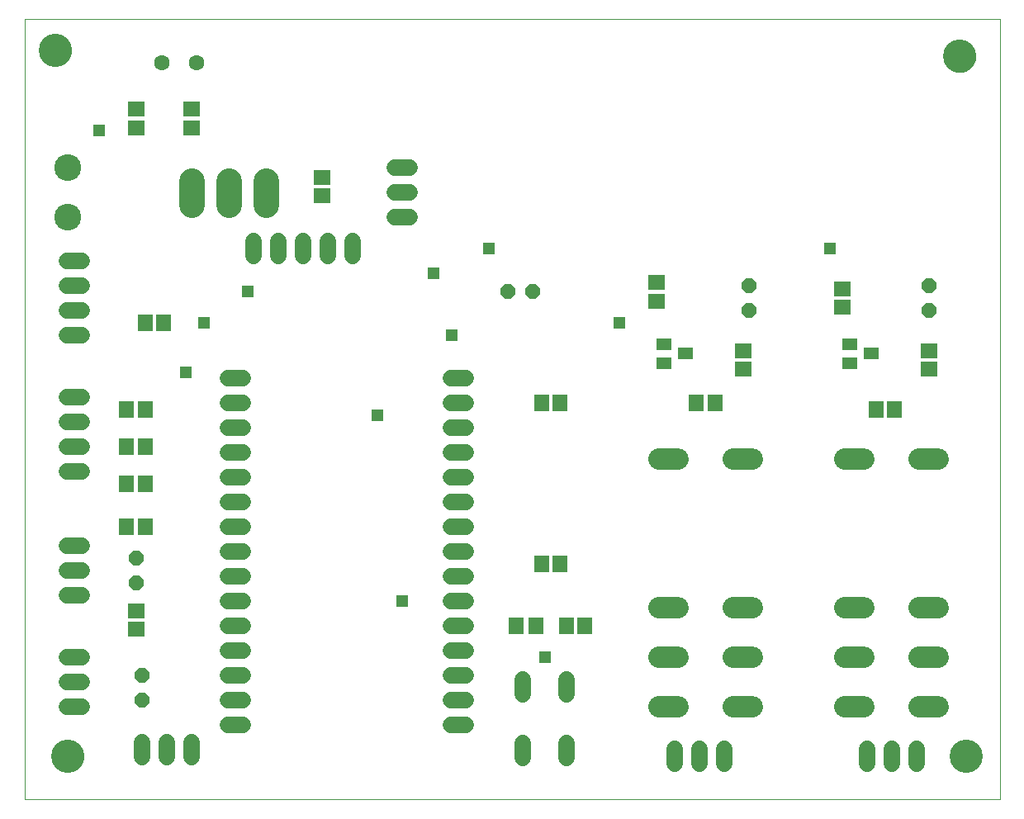
<source format=gts>
G75*
G70*
%OFA0B0*%
%FSLAX24Y24*%
%IPPOS*%
%LPD*%
%AMOC8*
5,1,8,0,0,1.08239X$1,22.5*
%
%ADD10C,0.0000*%
%ADD11C,0.1340*%
%ADD12C,0.0680*%
%ADD13C,0.1025*%
%ADD14C,0.1080*%
%ADD15R,0.0671X0.0592*%
%ADD16OC8,0.0600*%
%ADD17R,0.0592X0.0671*%
%ADD18R,0.0631X0.0474*%
%ADD19C,0.0860*%
%ADD20R,0.0592X0.0710*%
%ADD21C,0.0631*%
%ADD22R,0.0476X0.0476*%
D10*
X004880Y000100D02*
X004880Y031596D01*
X044250Y031596D01*
X044250Y000100D01*
X004880Y000100D01*
X006000Y001850D02*
X006002Y001900D01*
X006008Y001950D01*
X006018Y001999D01*
X006032Y002047D01*
X006049Y002094D01*
X006070Y002139D01*
X006095Y002183D01*
X006123Y002224D01*
X006155Y002263D01*
X006189Y002300D01*
X006226Y002334D01*
X006266Y002364D01*
X006308Y002391D01*
X006352Y002415D01*
X006398Y002436D01*
X006445Y002452D01*
X006493Y002465D01*
X006543Y002474D01*
X006592Y002479D01*
X006643Y002480D01*
X006693Y002477D01*
X006742Y002470D01*
X006791Y002459D01*
X006839Y002444D01*
X006885Y002426D01*
X006930Y002404D01*
X006973Y002378D01*
X007014Y002349D01*
X007053Y002317D01*
X007089Y002282D01*
X007121Y002244D01*
X007151Y002204D01*
X007178Y002161D01*
X007201Y002117D01*
X007220Y002071D01*
X007236Y002023D01*
X007248Y001974D01*
X007256Y001925D01*
X007260Y001875D01*
X007260Y001825D01*
X007256Y001775D01*
X007248Y001726D01*
X007236Y001677D01*
X007220Y001629D01*
X007201Y001583D01*
X007178Y001539D01*
X007151Y001496D01*
X007121Y001456D01*
X007089Y001418D01*
X007053Y001383D01*
X007014Y001351D01*
X006973Y001322D01*
X006930Y001296D01*
X006885Y001274D01*
X006839Y001256D01*
X006791Y001241D01*
X006742Y001230D01*
X006693Y001223D01*
X006643Y001220D01*
X006592Y001221D01*
X006543Y001226D01*
X006493Y001235D01*
X006445Y001248D01*
X006398Y001264D01*
X006352Y001285D01*
X006308Y001309D01*
X006266Y001336D01*
X006226Y001366D01*
X006189Y001400D01*
X006155Y001437D01*
X006123Y001476D01*
X006095Y001517D01*
X006070Y001561D01*
X006049Y001606D01*
X006032Y001653D01*
X006018Y001701D01*
X006008Y001750D01*
X006002Y001800D01*
X006000Y001850D01*
X042250Y001850D02*
X042252Y001900D01*
X042258Y001950D01*
X042268Y001999D01*
X042282Y002047D01*
X042299Y002094D01*
X042320Y002139D01*
X042345Y002183D01*
X042373Y002224D01*
X042405Y002263D01*
X042439Y002300D01*
X042476Y002334D01*
X042516Y002364D01*
X042558Y002391D01*
X042602Y002415D01*
X042648Y002436D01*
X042695Y002452D01*
X042743Y002465D01*
X042793Y002474D01*
X042842Y002479D01*
X042893Y002480D01*
X042943Y002477D01*
X042992Y002470D01*
X043041Y002459D01*
X043089Y002444D01*
X043135Y002426D01*
X043180Y002404D01*
X043223Y002378D01*
X043264Y002349D01*
X043303Y002317D01*
X043339Y002282D01*
X043371Y002244D01*
X043401Y002204D01*
X043428Y002161D01*
X043451Y002117D01*
X043470Y002071D01*
X043486Y002023D01*
X043498Y001974D01*
X043506Y001925D01*
X043510Y001875D01*
X043510Y001825D01*
X043506Y001775D01*
X043498Y001726D01*
X043486Y001677D01*
X043470Y001629D01*
X043451Y001583D01*
X043428Y001539D01*
X043401Y001496D01*
X043371Y001456D01*
X043339Y001418D01*
X043303Y001383D01*
X043264Y001351D01*
X043223Y001322D01*
X043180Y001296D01*
X043135Y001274D01*
X043089Y001256D01*
X043041Y001241D01*
X042992Y001230D01*
X042943Y001223D01*
X042893Y001220D01*
X042842Y001221D01*
X042793Y001226D01*
X042743Y001235D01*
X042695Y001248D01*
X042648Y001264D01*
X042602Y001285D01*
X042558Y001309D01*
X042516Y001336D01*
X042476Y001366D01*
X042439Y001400D01*
X042405Y001437D01*
X042373Y001476D01*
X042345Y001517D01*
X042320Y001561D01*
X042299Y001606D01*
X042282Y001653D01*
X042268Y001701D01*
X042258Y001750D01*
X042252Y001800D01*
X042250Y001850D01*
X042000Y030100D02*
X042002Y030150D01*
X042008Y030200D01*
X042018Y030249D01*
X042032Y030297D01*
X042049Y030344D01*
X042070Y030389D01*
X042095Y030433D01*
X042123Y030474D01*
X042155Y030513D01*
X042189Y030550D01*
X042226Y030584D01*
X042266Y030614D01*
X042308Y030641D01*
X042352Y030665D01*
X042398Y030686D01*
X042445Y030702D01*
X042493Y030715D01*
X042543Y030724D01*
X042592Y030729D01*
X042643Y030730D01*
X042693Y030727D01*
X042742Y030720D01*
X042791Y030709D01*
X042839Y030694D01*
X042885Y030676D01*
X042930Y030654D01*
X042973Y030628D01*
X043014Y030599D01*
X043053Y030567D01*
X043089Y030532D01*
X043121Y030494D01*
X043151Y030454D01*
X043178Y030411D01*
X043201Y030367D01*
X043220Y030321D01*
X043236Y030273D01*
X043248Y030224D01*
X043256Y030175D01*
X043260Y030125D01*
X043260Y030075D01*
X043256Y030025D01*
X043248Y029976D01*
X043236Y029927D01*
X043220Y029879D01*
X043201Y029833D01*
X043178Y029789D01*
X043151Y029746D01*
X043121Y029706D01*
X043089Y029668D01*
X043053Y029633D01*
X043014Y029601D01*
X042973Y029572D01*
X042930Y029546D01*
X042885Y029524D01*
X042839Y029506D01*
X042791Y029491D01*
X042742Y029480D01*
X042693Y029473D01*
X042643Y029470D01*
X042592Y029471D01*
X042543Y029476D01*
X042493Y029485D01*
X042445Y029498D01*
X042398Y029514D01*
X042352Y029535D01*
X042308Y029559D01*
X042266Y029586D01*
X042226Y029616D01*
X042189Y029650D01*
X042155Y029687D01*
X042123Y029726D01*
X042095Y029767D01*
X042070Y029811D01*
X042049Y029856D01*
X042032Y029903D01*
X042018Y029951D01*
X042008Y030000D01*
X042002Y030050D01*
X042000Y030100D01*
X005500Y030350D02*
X005502Y030400D01*
X005508Y030450D01*
X005518Y030499D01*
X005532Y030547D01*
X005549Y030594D01*
X005570Y030639D01*
X005595Y030683D01*
X005623Y030724D01*
X005655Y030763D01*
X005689Y030800D01*
X005726Y030834D01*
X005766Y030864D01*
X005808Y030891D01*
X005852Y030915D01*
X005898Y030936D01*
X005945Y030952D01*
X005993Y030965D01*
X006043Y030974D01*
X006092Y030979D01*
X006143Y030980D01*
X006193Y030977D01*
X006242Y030970D01*
X006291Y030959D01*
X006339Y030944D01*
X006385Y030926D01*
X006430Y030904D01*
X006473Y030878D01*
X006514Y030849D01*
X006553Y030817D01*
X006589Y030782D01*
X006621Y030744D01*
X006651Y030704D01*
X006678Y030661D01*
X006701Y030617D01*
X006720Y030571D01*
X006736Y030523D01*
X006748Y030474D01*
X006756Y030425D01*
X006760Y030375D01*
X006760Y030325D01*
X006756Y030275D01*
X006748Y030226D01*
X006736Y030177D01*
X006720Y030129D01*
X006701Y030083D01*
X006678Y030039D01*
X006651Y029996D01*
X006621Y029956D01*
X006589Y029918D01*
X006553Y029883D01*
X006514Y029851D01*
X006473Y029822D01*
X006430Y029796D01*
X006385Y029774D01*
X006339Y029756D01*
X006291Y029741D01*
X006242Y029730D01*
X006193Y029723D01*
X006143Y029720D01*
X006092Y029721D01*
X006043Y029726D01*
X005993Y029735D01*
X005945Y029748D01*
X005898Y029764D01*
X005852Y029785D01*
X005808Y029809D01*
X005766Y029836D01*
X005726Y029866D01*
X005689Y029900D01*
X005655Y029937D01*
X005623Y029976D01*
X005595Y030017D01*
X005570Y030061D01*
X005549Y030106D01*
X005532Y030153D01*
X005518Y030201D01*
X005508Y030250D01*
X005502Y030300D01*
X005500Y030350D01*
D11*
X006130Y030350D03*
X042630Y030100D03*
X042880Y001850D03*
X006630Y001850D03*
D12*
X006580Y003850D02*
X007180Y003850D01*
X007180Y004850D02*
X006580Y004850D01*
X006580Y005850D02*
X007180Y005850D01*
X007180Y008350D02*
X006580Y008350D01*
X006580Y009350D02*
X007180Y009350D01*
X007180Y010350D02*
X006580Y010350D01*
X006580Y013350D02*
X007180Y013350D01*
X007180Y014350D02*
X006580Y014350D01*
X006580Y015350D02*
X007180Y015350D01*
X007180Y016350D02*
X006580Y016350D01*
X006580Y018850D02*
X007180Y018850D01*
X007180Y019850D02*
X006580Y019850D01*
X006580Y020850D02*
X007180Y020850D01*
X007180Y021850D02*
X006580Y021850D01*
X013080Y017100D02*
X013680Y017100D01*
X013680Y016100D02*
X013080Y016100D01*
X013080Y015100D02*
X013680Y015100D01*
X013680Y014100D02*
X013080Y014100D01*
X013080Y013100D02*
X013680Y013100D01*
X013680Y012100D02*
X013080Y012100D01*
X013080Y011100D02*
X013680Y011100D01*
X013680Y010100D02*
X013080Y010100D01*
X013080Y009100D02*
X013680Y009100D01*
X013680Y008100D02*
X013080Y008100D01*
X013080Y007100D02*
X013680Y007100D01*
X013680Y006100D02*
X013080Y006100D01*
X013080Y005100D02*
X013680Y005100D01*
X013680Y004100D02*
X013080Y004100D01*
X013080Y003100D02*
X013680Y003100D01*
X011630Y002400D02*
X011630Y001800D01*
X010630Y001800D02*
X010630Y002400D01*
X009630Y002400D02*
X009630Y001800D01*
X022080Y003100D02*
X022680Y003100D01*
X022680Y004100D02*
X022080Y004100D01*
X022080Y005100D02*
X022680Y005100D01*
X022680Y006100D02*
X022080Y006100D01*
X022080Y007100D02*
X022680Y007100D01*
X022680Y008100D02*
X022080Y008100D01*
X022080Y009100D02*
X022680Y009100D01*
X022680Y010100D02*
X022080Y010100D01*
X022080Y011100D02*
X022680Y011100D01*
X022680Y012100D02*
X022080Y012100D01*
X022080Y013100D02*
X022680Y013100D01*
X022680Y014100D02*
X022080Y014100D01*
X022080Y015100D02*
X022680Y015100D01*
X022680Y016100D02*
X022080Y016100D01*
X022080Y017100D02*
X022680Y017100D01*
X018130Y022050D02*
X018130Y022650D01*
X017130Y022650D02*
X017130Y022050D01*
X016130Y022050D02*
X016130Y022650D01*
X015130Y022650D02*
X015130Y022050D01*
X014130Y022050D02*
X014130Y022650D01*
X019830Y023600D02*
X020430Y023600D01*
X020430Y024600D02*
X019830Y024600D01*
X019830Y025600D02*
X020430Y025600D01*
X024990Y004930D02*
X024990Y004330D01*
X026770Y004330D02*
X026770Y004930D01*
X026770Y002370D02*
X026770Y001770D01*
X024990Y001770D02*
X024990Y002370D01*
X031130Y002150D02*
X031130Y001550D01*
X032130Y001550D02*
X032130Y002150D01*
X033130Y002150D02*
X033130Y001550D01*
X038880Y001550D02*
X038880Y002150D01*
X039880Y002150D02*
X039880Y001550D01*
X040880Y001550D02*
X040880Y002150D01*
D13*
X014622Y024128D02*
X014622Y025073D01*
X013126Y025073D02*
X013126Y024128D01*
X011630Y024128D02*
X011630Y025073D01*
D14*
X006630Y025600D03*
X006630Y023600D03*
D15*
X009380Y027226D03*
X009380Y027974D03*
X011630Y027974D03*
X011630Y027226D03*
X016880Y025224D03*
X016880Y024476D03*
X030380Y020974D03*
X030380Y020226D03*
X033880Y018224D03*
X033880Y017476D03*
X037880Y019976D03*
X037880Y020724D03*
X041380Y018224D03*
X041380Y017476D03*
X009380Y007724D03*
X009380Y006976D03*
D16*
X009380Y008850D03*
X009380Y009850D03*
X009630Y005100D03*
X009630Y004100D03*
X024380Y020600D03*
X025380Y020600D03*
X034130Y020850D03*
X034130Y019850D03*
X041380Y019850D03*
X041380Y020850D03*
D17*
X040004Y015850D03*
X039256Y015850D03*
X032754Y016100D03*
X032006Y016100D03*
X026504Y016100D03*
X025756Y016100D03*
X025756Y009600D03*
X026504Y009600D03*
X026756Y007100D03*
X027504Y007100D03*
X010504Y019350D03*
X009756Y019350D03*
X009754Y015850D03*
X009006Y015850D03*
X009006Y014350D03*
X009754Y014350D03*
X009754Y012850D03*
X009006Y012850D03*
X009006Y011100D03*
X009754Y011100D03*
D18*
X030697Y017726D03*
X031563Y018100D03*
X030697Y018474D03*
X038197Y018474D03*
X039063Y018100D03*
X038197Y017726D03*
D19*
X037990Y013850D02*
X038770Y013850D01*
X040990Y013850D02*
X041770Y013850D01*
X034270Y013850D02*
X033490Y013850D01*
X031270Y013850D02*
X030490Y013850D01*
X030490Y007850D02*
X031270Y007850D01*
X033490Y007850D02*
X034270Y007850D01*
X034270Y005850D02*
X033490Y005850D01*
X031270Y005850D02*
X030490Y005850D01*
X030490Y003850D02*
X031270Y003850D01*
X033490Y003850D02*
X034270Y003850D01*
X037990Y003850D02*
X038770Y003850D01*
X040990Y003850D02*
X041770Y003850D01*
X041770Y005850D02*
X040990Y005850D01*
X038770Y005850D02*
X037990Y005850D01*
X037990Y007850D02*
X038770Y007850D01*
X040990Y007850D02*
X041770Y007850D01*
D20*
X025524Y007100D03*
X024736Y007100D03*
D21*
X011819Y029850D03*
X010441Y029850D03*
D22*
X007880Y027100D03*
X013880Y020600D03*
X012130Y019350D03*
X011380Y017350D03*
X019130Y015600D03*
X022130Y018850D03*
X021380Y021350D03*
X023630Y022350D03*
X028880Y019350D03*
X037380Y022350D03*
X020130Y008100D03*
X025880Y005850D03*
M02*

</source>
